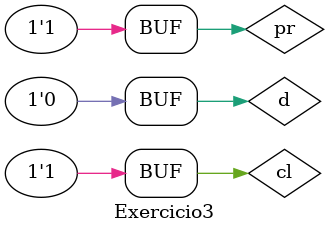
<source format=v>

 
// -------------------------------------------------------------------------------------------------------------------------------------------------------------------

module latch_D (q_bar, q, d, pr, cl);

output q, q_bar;
input d, pr, cl;

wire dL;

not NOT1(dL, d);

nand NAND1(q, d, q_bar, pr);
nand NAND2(q_bar, dL, q, cl);

endmodule 

module Exercicio3;
wire q, q_bar;
reg d, pr,cl;

latch_D LSR_NAND (q_bar, q, d, pr, cl);

initial begin:start
d=0;cl=0;pr=0;
end

initial begin: main
	   $display("Guia 10_03 - Marcia Cibele Martins Carneiro - 404591");
      $display("Latch D com portas NAND");
		$display("D   CLEAR  PRESET   Q    Q'");
		$monitor("%b    %b      %b       %b    %b", d, cl, pr,q_bar, q);
		
		#1 d=1; cl=0; pr=0;
		#1 d=0; cl=1; pr=0;
		#1 d=1; cl=0; pr=1;
		#1 d=0; cl=1; pr=1;

end

endmodule

/* Resultado obtido

     ----jGRASP exec: D:\MeusDocumentos\2010-2_arq1_programas\Icarus_Verilog\bin\vvp exercicio3.vvp
    
    Guia 10_03 - Marcia Cibele Martins Carneiro - 404591
    Latch D com portas NAND
    D   CLEAR  PRESET   Q    Q'
    0    0      0       1    1
    1    0      0       1    1
    0    1      0       0    1
    1    0      1       1    0
    0    1      1       0    1
    
     ----jGRASP: operation complete.
 */
</source>
